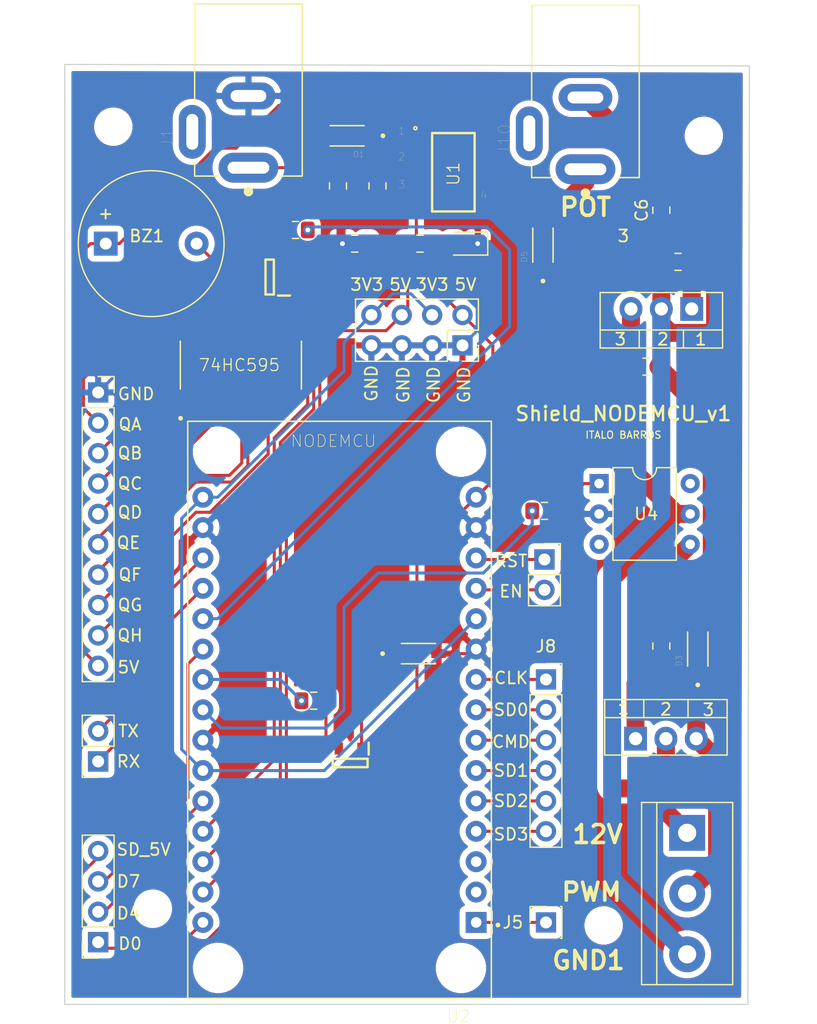
<source format=kicad_pcb>
(kicad_pcb (version 20171130) (host pcbnew "(5.1.6)-1")
  (layers (0 F.Cu signal) (31 B.Cu signal) (34 B.Paste user) (35 F.Paste user) (36 B.SilkS user) (37 F.SilkS user) (38 B.Mask user) (39 F.Mask user) (44 Edge.Cuts user))
  (net 0 "")
  (net 1 +5V)
  (net 2 "Net-(BZ1-Pad2)")
  (net 3 GND)
  (net 4 VCC)
  (net 5 "Net-(D1-Pad2)")
  (net 6 "Net-(D2-Pad2)")
  (net 7 QA)
  (net 8 QB)
  (net 9 QC)
  (net 10 QD)
  (net 11 QE)
  (net 12 QF)
  (net 13 QG)
  (net 14 QH)
  (net 15 D0)
  (net 16 RST)
  (net 17 EN)
  (net 18 A0)
  (net 19 RX)
  (net 20 TX)
  (net 21 CLK)
  (net 22 CMD)
  (net 23 SD0)
  (net 24 SD1)
  (net 25 SD2)
  (net 26 SD3)
  (net 27 +3V3)
  (net 28 "Net-(Q1-Pad2)")
  (net 29 "Net-(Q5-Pad2)")
  (net 30 PWM)
  (net 31 D5)
  (net 32 D6)
  (net 33 D7)
  (net 34 SOCLK)
  (net 35 PEN)
  (net 36 SODATA)
  (net 37 "Net-(U601-Pad9)")
  (net 38 "Net-(U2-Pad2)")
  (net 39 "Net-(U2-Pad3)")
  (net 40 +12V)
  (net 41 D4)
  (net 42 SD_12V)
  (net 43 SD_5V)
  (net 44 "Net-(Q2-Pad1)")
  (net 45 GND1)
  (net 46 "Net-(R3-Pad1)")
  (net 47 "Net-(U4-Pad3)")
  (net 48 "Net-(U4-Pad6)")
  (net 49 VCCQ)
  (net 50 "Net-(D5-Pad2)")
  (module MountingHole:MountingHole_2.2mm_M2 (layer F.Cu) (at 65.405 29.083)
    (fp_text reference REF** hide)
    (fp_text value MountingHole_2.2mm_M2)
    (pad 1 np_thru_hole circle (at 0 0) (size 2.2 2.2) (drill 2.2) (layers *.Cu *.Mask))
  )
  (module MountingHole:MountingHole_2.2mm_M2 (layer F.Cu) (at 57.023 95.123)
    (fp_text reference REF** hide)
    (fp_text value MountingHole_2.2mm_M2)
    (pad 1 np_thru_hole circle (at 0 0) (size 2.2 2.2) (drill 2.2) (layers *.Cu *.Mask))
  )
  (module MountingHole:MountingHole_2.2mm_M2 (layer F.Cu) (at 19.304 93.726)
    (fp_text reference REF** hide)
    (fp_text value MountingHole_2.2mm_M2)
    (pad 1 np_thru_hole circle (at 0 0) (size 2.2 2.2) (drill 2.2) (layers *.Cu *.Mask))
  )
  (module MountingHole:MountingHole_2.2mm_M2 (layer F.Cu) (at 16.002 28.321)
    (fp_text reference REF** hide)
    (fp_text value MountingHole_2.2mm_M2)
    (pad 1 np_thru_hole circle (at 0 0) (size 2.2 2.2) (drill 2.2) (layers *.Cu *.Mask))
  )
  (module TerminalBlock:TerminalBlock_bornier-3_P5.08mm (layer F.Cu) (at 64.008 87.376 270)
    (fp_text reference J7 hide)
    (fp_text value born)
    (pad 1 thru_hole rect (at 0 0 270) (size 3 3) (drill 1.52) (layers *.Cu *.Mask) (net 40 +12V))
    (pad 2 thru_hole circle (at 5.08 0 270) (size 3 3) (drill 1.52) (layers *.Cu *.Mask) (net 42 SD_12V))
    (pad 3 thru_hole circle (at 10.16 0 270) (size 3 3) (drill 1.52) (layers *.Cu *.Mask) (net 45 GND1))
  )
  (module LED_SMD:LED_0805_2012Metric_Pad1.15x1.40mm_HandSolder (layer F.Cu) (at 45.466 38.1 180)
    (fp_text reference D2 hide)
    (fp_text value LED)
    (pad 1 smd roundrect (at -1.025 0 180) (size 1.15 1.4) (layers F.Cu F.Paste F.Mask) (roundrect_rratio 0.217391) (net 3 GND))
    (pad 2 smd roundrect (at 1.025 0 180) (size 1.15 1.4) (layers F.Cu F.Paste F.Mask) (roundrect_rratio 0.217391) (net 6 "Net-(D2-Pad2)"))
  )
  (module Buzzer_Beeper:Buzzer_12x9.5RM7.6 (layer F.Cu) (at 15.367 38.1)
    (fp_text reference BZ1 (at 3.429 -0.635) (layer F.SilkS))
    (fp_text value Buzzer)
    (fp_text user + (at -0.01 -2.54) (layer F.SilkS))
    (pad 1 thru_hole rect (at 0 0) (size 2 2) (drill 1) (layers *.Cu *.Mask) (net 1 +5V))
    (pad 2 thru_hole circle (at 7.6 0) (size 2 2) (drill 1) (layers *.Cu *.Mask) (net 2 "Net-(BZ1-Pad2)"))
  )
  (module Capacitor_SMD:C_0805_2012Metric_Pad1.15x1.40mm_HandSolder (layer F.Cu) (at 34.798 33.274 270)
    (fp_text reference C1 hide)
    (fp_text value 100n)
    (pad 2 smd roundrect (at 1.025 0 270) (size 1.15 1.4) (layers F.Cu F.Paste F.Mask) (roundrect_rratio 0.217391) (net 3 GND))
    (pad 1 smd roundrect (at -1.025 0 270) (size 1.15 1.4) (layers F.Cu F.Paste F.Mask) (roundrect_rratio 0.217391) (net 4 VCC))
  )
  (module Capacitor_SMD:C_0805_2012Metric_Pad1.15x1.40mm_HandSolder (layer F.Cu) (at 38.1 33.274 270)
    (fp_text reference C2 hide)
    (fp_text value 100n)
    (pad 1 smd roundrect (at -1.025 0 270) (size 1.15 1.4) (layers F.Cu F.Paste F.Mask) (roundrect_rratio 0.217391) (net 4 VCC))
    (pad 2 smd roundrect (at 1.025 0 270) (size 1.15 1.4) (layers F.Cu F.Paste F.Mask) (roundrect_rratio 0.217391) (net 3 GND))
  )
  (module Capacitor_SMD:C_0805_2012Metric_Pad1.15x1.40mm_HandSolder (layer F.Cu) (at 36.195 38.1 180)
    (fp_text reference C3 hide)
    (fp_text value 10n)
    (pad 1 smd roundrect (at -1.025 0 180) (size 1.15 1.4) (layers F.Cu F.Paste F.Mask) (roundrect_rratio 0.217391) (net 1 +5V))
    (pad 2 smd roundrect (at 1.025 0 180) (size 1.15 1.4) (layers F.Cu F.Paste F.Mask) (roundrect_rratio 0.217391) (net 3 GND))
  )
  (module placa_desenvolvimento:CUI_PJ-002A (layer F.Cu) (at 27.305 31.75 90)
    (fp_text reference J1 (at 2.487052 -6.770615 90) (layer F.SilkS) (effects (font (size 1.000827 1.000827) (thickness 0.015))))
    (fp_text value Jack-DC)
    (pad 3 thru_hole oval (at 3 -4.7 90) (size 4.5 2.25) (drill oval 3 1) (layers *.Cu *.Mask))
    (pad 2 thru_hole oval (at 6 0 90) (size 2.25 4.5) (drill oval 1 3) (layers *.Cu *.Mask) (net 3 GND))
    (pad 1 thru_hole oval (at 0 0 90) (size 2.5 5) (drill oval 1 3.5) (layers *.Cu *.Mask) (net 5 "Net-(D1-Pad2)"))
  )
  (module Connector_PinSocket_2.54mm:PinSocket_1x10_P2.54mm_Vertical (layer F.Cu) (at 14.732 50.546)
    (fp_text reference J2 hide)
    (fp_text value "Saida para rele" hide)
    (pad 1 thru_hole rect (at 0 0) (size 1.7 1.7) (drill 1) (layers *.Cu *.Mask) (net 3 GND))
    (pad 2 thru_hole oval (at 0 2.54) (size 1.7 1.7) (drill 1) (layers *.Cu *.Mask) (net 7 QA))
    (pad 3 thru_hole oval (at 0 5.08) (size 1.7 1.7) (drill 1) (layers *.Cu *.Mask) (net 8 QB))
    (pad 4 thru_hole oval (at 0 7.62) (size 1.7 1.7) (drill 1) (layers *.Cu *.Mask) (net 9 QC))
    (pad 5 thru_hole oval (at 0 10.16) (size 1.7 1.7) (drill 1) (layers *.Cu *.Mask) (net 10 QD))
    (pad 6 thru_hole oval (at 0 12.7) (size 1.7 1.7) (drill 1) (layers *.Cu *.Mask) (net 11 QE))
    (pad 7 thru_hole oval (at 0 15.24) (size 1.7 1.7) (drill 1) (layers *.Cu *.Mask) (net 12 QF))
    (pad 8 thru_hole oval (at 0 17.78) (size 1.7 1.7) (drill 1) (layers *.Cu *.Mask) (net 13 QG))
    (pad 9 thru_hole oval (at 0 20.32) (size 1.7 1.7) (drill 1) (layers *.Cu *.Mask) (net 14 QH))
    (pad 10 thru_hole oval (at 0 22.86) (size 1.7 1.7) (drill 1) (layers *.Cu *.Mask) (net 1 +5V))
  )
  (module Connector_PinSocket_2.54mm:PinSocket_1x02_P2.54mm_Vertical (layer F.Cu) (at 52.07 64.516)
    (fp_text reference J4 hide)
    (fp_text value Conn_01x02_Male)
    (pad 1 thru_hole rect (at 0 0) (size 1.7 1.7) (drill 1) (layers *.Cu *.Mask) (net 16 RST))
    (pad 2 thru_hole oval (at 0 2.54) (size 1.7 1.7) (drill 1) (layers *.Cu *.Mask) (net 17 EN))
  )
  (module Connector_PinSocket_2.54mm:PinSocket_1x01_P2.54mm_Vertical (layer F.Cu) (at 52.197 94.869 90)
    (fp_text reference J5 (at 0 -2.77 180) (layer F.SilkS))
    (fp_text value Conn_01x01_Male)
    (pad 1 thru_hole rect (at 0 0 90) (size 1.7 1.7) (drill 1) (layers *.Cu *.Mask) (net 18 A0))
  )
  (module Connector_PinSocket_2.54mm:PinSocket_1x02_P2.54mm_Vertical (layer F.Cu) (at 14.732 81.407 180)
    (fp_text reference J6 hide)
    (fp_text value Conn_01x02_Male)
    (pad 2 thru_hole oval (at 0 2.54 180) (size 1.7 1.7) (drill 1) (layers *.Cu *.Mask) (net 20 TX))
    (pad 1 thru_hole rect (at 0 0 180) (size 1.7 1.7) (drill 1) (layers *.Cu *.Mask) (net 19 RX))
  )
  (module Connector_PinSocket_2.54mm:PinSocket_1x06_P2.54mm_Vertical (layer F.Cu) (at 52.197 74.549)
    (fp_text reference J8 (at 0 -2.77) (layer F.SilkS))
    (fp_text value Conn_01x06_Male)
    (pad 1 thru_hole rect (at 0 0) (size 1.7 1.7) (drill 1) (layers *.Cu *.Mask) (net 21 CLK))
    (pad 2 thru_hole oval (at 0 2.54) (size 1.7 1.7) (drill 1) (layers *.Cu *.Mask) (net 23 SD0))
    (pad 3 thru_hole oval (at 0 5.08) (size 1.7 1.7) (drill 1) (layers *.Cu *.Mask) (net 22 CMD))
    (pad 4 thru_hole oval (at 0 7.62) (size 1.7 1.7) (drill 1) (layers *.Cu *.Mask) (net 24 SD1))
    (pad 5 thru_hole oval (at 0 10.16) (size 1.7 1.7) (drill 1) (layers *.Cu *.Mask) (net 25 SD2))
    (pad 6 thru_hole oval (at 0 12.7) (size 1.7 1.7) (drill 1) (layers *.Cu *.Mask) (net 26 SD3))
  )
  (module Connector_PinSocket_2.54mm:PinSocket_2x04_P2.54mm_Vertical (layer F.Cu) (at 45.212 46.609 270)
    (fp_text reference J9 hide)
    (fp_text value Conn_02x04_Odd_Even)
    (pad 1 thru_hole rect (at 0 0 270) (size 1.7 1.7) (drill 1) (layers *.Cu *.Mask) (net 3 GND))
    (pad 2 thru_hole oval (at -2.54 0 270) (size 1.7 1.7) (drill 1) (layers *.Cu *.Mask) (net 1 +5V))
    (pad 3 thru_hole oval (at 0 2.54 270) (size 1.7 1.7) (drill 1) (layers *.Cu *.Mask) (net 3 GND))
    (pad 4 thru_hole oval (at -2.54 2.54 270) (size 1.7 1.7) (drill 1) (layers *.Cu *.Mask) (net 27 +3V3))
    (pad 5 thru_hole oval (at 0 5.08 270) (size 1.7 1.7) (drill 1) (layers *.Cu *.Mask) (net 3 GND))
    (pad 6 thru_hole oval (at -2.54 5.08 270) (size 1.7 1.7) (drill 1) (layers *.Cu *.Mask) (net 1 +5V))
    (pad 7 thru_hole oval (at 0 7.62 270) (size 1.7 1.7) (drill 1) (layers *.Cu *.Mask) (net 3 GND))
    (pad 8 thru_hole oval (at -2.54 7.62 270) (size 1.7 1.7) (drill 1) (layers *.Cu *.Mask) (net 27 +3V3))
  )
  (module placa_desenvolvimento:SOT95P240X120-3N (layer F.Cu) (at 29.083 40.894 180)
    (fp_text reference Q1 hide)
    (fp_text value 2N2222 hide)
    (pad 1 smd rect (at -1.2 -0.95 270) (size 0.7 1) (layers F.Cu F.Paste F.Mask) (net 3 GND))
    (pad 2 smd rect (at -1.2 0.95 270) (size 0.7 1) (layers F.Cu F.Paste F.Mask) (net 28 "Net-(Q1-Pad2)"))
    (pad 3 smd rect (at 1.2 0 270) (size 0.7 1) (layers F.Cu F.Paste F.Mask) (net 2 "Net-(BZ1-Pad2)"))
  )
  (module placa_desenvolvimento:SOT95P240X120-3N (layer F.Cu) (at 35.814 81.534 270)
    (fp_text reference Q5 hide)
    (fp_text value 2N2222 hide)
    (pad 3 smd rect (at 1.2 0) (size 0.7 1) (layers F.Cu F.Paste F.Mask) (net 1 +5V))
    (pad 2 smd rect (at -1.2 0.95) (size 0.7 1) (layers F.Cu F.Paste F.Mask) (net 29 "Net-(Q5-Pad2)"))
    (pad 1 smd rect (at -1.2 -0.95) (size 0.7 1) (layers F.Cu F.Paste F.Mask) (net 43 SD_5V))
  )
  (module Resistor_SMD:R_0805_2012Metric_Pad1.15x1.40mm_HandSolder (layer F.Cu) (at 41.656 38.1 180)
    (fp_text reference R1 hide)
    (fp_text value 220)
    (pad 2 smd roundrect (at 1.025 0 180) (size 1.15 1.4) (layers F.Cu F.Paste F.Mask) (roundrect_rratio 0.217391) (net 1 +5V))
    (pad 1 smd roundrect (at -1.025 0 180) (size 1.15 1.4) (layers F.Cu F.Paste F.Mask) (roundrect_rratio 0.217391) (net 6 "Net-(D2-Pad2)"))
  )
  (module Resistor_SMD:R_0805_2012Metric_Pad1.15x1.40mm_HandSolder (layer F.Cu) (at 31.242 36.957)
    (fp_text reference R2 hide)
    (fp_text value 2k2)
    (pad 2 smd roundrect (at 1.025 0) (size 1.15 1.4) (layers F.Cu F.Paste F.Mask) (roundrect_rratio 0.217391) (net 30 PWM))
    (pad 1 smd roundrect (at -1.025 0) (size 1.15 1.4) (layers F.Cu F.Paste F.Mask) (roundrect_rratio 0.217391) (net 28 "Net-(Q1-Pad2)"))
  )
  (module Resistor_SMD:R_0805_2012Metric_Pad1.15x1.40mm_HandSolder (layer F.Cu) (at 32.766 76.327 180)
    (fp_text reference R8 hide)
    (fp_text value 2k2)
    (pad 1 smd roundrect (at -1.025 0 180) (size 1.15 1.4) (layers F.Cu F.Paste F.Mask) (roundrect_rratio 0.217391) (net 29 "Net-(Q5-Pad2)"))
    (pad 2 smd roundrect (at 1.025 0 180) (size 1.15 1.4) (layers F.Cu F.Paste F.Mask) (roundrect_rratio 0.217391) (net 32 D6))
  )
  (module placa_desenvolvimento:SOT223 (layer F.Cu) (at 44.45 32.131)
    (fp_text reference U1 (at 0 0.127 270) (layer F.SilkS) (effects (font (size 1.000331 1.000331) (thickness 0.1))))
    (fp_text value ld1117_5v)
    (fp_text user 2 (at -4.33447 -1.29271) (layer F.SilkS) (effects (font (size 0.641046 0.641046) (thickness 0.015))))
    (fp_text user 1 (at -4.3249 -3.45811) (layer F.SilkS) (effects (font (size 0.641022 0.641022) (thickness 0.015))))
    (fp_text user 4 (at 2.54109 1.90582) (layer F.SilkS) (effects (font (size 0.640275 0.640275) (thickness 0.015))))
    (fp_text user 3 (at -4.31817 1.02084) (layer F.SilkS) (effects (font (size 0.640026 0.640026) (thickness 0.015))))
    (pad 4 smd rect (at 3.099 0) (size 2.2 3.6) (layers F.Cu F.Paste F.Mask))
    (pad 3 smd rect (at -3.0988 2.3114) (size 2.2352 1.2192) (layers F.Cu F.Paste F.Mask) (net 1 +5V))
    (pad 2 smd rect (at -3.0988 0) (size 2.2352 1.2192) (layers F.Cu F.Paste F.Mask) (net 3 GND))
    (pad 1 smd rect (at -3.0988 -2.3114) (size 2.2352 1.2192) (layers F.Cu F.Paste F.Mask) (net 4 VCC))
  )
  (module placa_desenvolvimento:MODULE_ZC563900 (layer F.Cu) (at 34.925 77.089 180)
    (fp_text reference U2 (at -9.96 -25.635) (layer F.SilkS) (effects (font (thickness 0.05))))
    (fp_text value NODEMCU (at 0.508 22.479) (layer F.SilkS) (effects (font (thickness 0.05))))
    (pad 1 thru_hole rect (at -11.43 -17.78 180) (size 1.7526 1.7526) (drill 0.889) (layers *.Cu *.Mask) (net 18 A0))
    (pad 2 thru_hole circle (at -11.43 -15.24 180) (size 1.7526 1.7526) (drill 0.889) (layers *.Cu *.Mask) (net 38 "Net-(U2-Pad2)"))
    (pad 3 thru_hole circle (at -11.43 -12.7 180) (size 1.7526 1.7526) (drill 0.889) (layers *.Cu *.Mask) (net 39 "Net-(U2-Pad3)"))
    (pad 4 thru_hole circle (at -11.43 -10.16 180) (size 1.7526 1.7526) (drill 0.889) (layers *.Cu *.Mask) (net 26 SD3))
    (pad 5 thru_hole circle (at -11.43 -7.62 180) (size 1.7526 1.7526) (drill 0.889) (layers *.Cu *.Mask) (net 25 SD2))
    (pad 6 thru_hole circle (at -11.43 -5.08 180) (size 1.7526 1.7526) (drill 0.889) (layers *.Cu *.Mask) (net 24 SD1))
    (pad 7 thru_hole circle (at -11.43 -2.54 180) (size 1.7526 1.7526) (drill 0.889) (layers *.Cu *.Mask) (net 22 CMD))
    (pad 8 thru_hole circle (at -11.43 0 180) (size 1.7526 1.7526) (drill 0.889) (layers *.Cu *.Mask) (net 23 SD0))
    (pad 9 thru_hole circle (at -11.43 2.54 180) (size 1.7526 1.7526) (drill 0.889) (layers *.Cu *.Mask) (net 21 CLK))
    (pad 10 thru_hole circle (at -11.43 5.08 180) (size 1.7526 1.7526) (drill 0.889) (layers *.Cu *.Mask) (net 3 GND))
    (pad 11 thru_hole circle (at -11.43 7.62 180) (size 1.7526 1.7526) (drill 0.889) (layers *.Cu *.Mask) (net 27 +3V3))
    (pad 12 thru_hole circle (at -11.43 10.16 180) (size 1.7526 1.7526) (drill 0.889) (layers *.Cu *.Mask) (net 17 EN))
    (pad 13 thru_hole circle (at -11.43 12.7 180) (size 1.7526 1.7526) (drill 0.889) (layers *.Cu *.Mask) (net 16 RST))
    (pad 14 thru_hole circle (at -11.43 15.24 180) (size 1.7526 1.7526) (drill 0.889) (layers *.Cu *.Mask) (net 3 GND))
    (pad 15 thru_hole circle (at -11.43 17.78 180) (size 1.7526 1.7526) (drill 0.889) (layers *.Cu *.Mask) (net 1 +5V))
    (pad 30 thru_hole circle (at 11.43 -17.78 180) (size 1.7526 1.7526) (drill 0.889) (layers *.Cu *.Mask) (net 15 D0))
    (pad 29 thru_hole circle (at 11.43 -15.24 180) (size 1.7526 1.7526) (drill 0.889) (layers *.Cu *.Mask) (net 34 SOCLK))
    (pad 28 thru_hole circle (at 11.43 -12.7 180) (size 1.7526 1.7526) (drill 0.889) (layers *.Cu *.Mask) (net 35 PEN))
    (pad 27 thru_hole circle (at 11.43 -10.16 180) (size 1.7526 1.7526) (drill 0.889) (layers *.Cu *.Mask) (net 36 SODATA))
    (pad 26 thru_hole circle (at 11.43 -7.62 180) (size 1.7526 1.7526) (drill 0.889) (layers *.Cu *.Mask) (net 41 D4))
    (pad 25 thru_hole circle (at 11.43 -5.08 180) (size 1.7526 1.7526) (drill 0.889) (layers *.Cu *.Mask) (net 27 +3V3))
    (pad 24 thru_hole circle (at 11.43 -2.54 180) (size 1.7526 1.7526) (drill 0.889) (layers *.Cu *.Mask) (net 3 GND))
    (pad 23 thru_hole circle (at 11.43 0 180) (size 1.7526 1.7526) (drill 0.889) (layers *.Cu *.Mask) (net 31 D5))
    (pad 22 thru_hole circle (at 11.43 2.54 180) (size 1.7526 1.7526) (drill 0.889) (layers *.Cu *.Mask) (net 32 D6))
    (pad 21 thru_hole circle (at 11.43 5.08 180) (size 1.7526 1.7526) (drill 0.889) (layers *.Cu *.Mask) (net 33 D7))
    (pad 20 thru_hole circle (at 11.43 7.62 180) (size 1.7526 1.7526) (drill 0.889) (layers *.Cu *.Mask) (net 30 PWM))
    (pad 19 thru_hole circle (at 11.43 10.16 180) (size 1.7526 1.7526) (drill 0.889) (layers *.Cu *.Mask) (net 19 RX))
    (pad 18 thru_hole circle (at 11.43 12.7 180) (size 1.7526 1.7526) (drill 0.889) (layers *.Cu *.Mask) (net 20 TX))
    (pad 17 thru_hole circle (at 11.43 15.24 180) (size 1.7526 1.7526) (drill 0.889) (layers *.Cu *.Mask) (net 3 GND))
    (pad 16 thru_hole circle (at 11.43 17.78 180) (size 1.7526 1.7526) (drill 0.889) (layers *.Cu *.Mask) (net 27 +3V3))
    (pad Hole np_thru_hole circle (at -10.16 -21.59 180) (size 3.2 3.2) (drill 3.2) (layers *.Cu *.Mask F.SilkS))
    (pad Hole np_thru_hole circle (at 10.16 -21.59 180) (size 3.2 3.2) (drill 3.2) (layers *.Cu *.Mask F.SilkS))
    (pad Hole np_thru_hole circle (at 10.16 21.59 180) (size 3.2 3.2) (drill 3.2) (layers *.Cu *.Mask F.SilkS))
    (pad Hole np_thru_hole circle (at -10.16 21.59 180) (size 3.2 3.2) (drill 3.2) (layers *.Cu *.Mask F.SilkS))
  )
  (module placa_desenvolvimento:SOIC127P600X175-16N (layer F.Cu) (at 26.67 48.26 90)
    (fp_text reference U601 hide)
    (fp_text value 74HC595 (at 0 -0.127 180) (layer F.SilkS) (effects (font (thickness 0.1))))
    (pad 1 smd rect (at -2.475 -4.445 90) (size 1.97 0.6) (layers F.Cu F.Paste F.Mask) (net 8 QB))
    (pad 2 smd rect (at -2.475 -3.175 90) (size 1.97 0.6) (layers F.Cu F.Paste F.Mask) (net 9 QC))
    (pad 3 smd rect (at -2.475 -1.905 90) (size 1.97 0.6) (layers F.Cu F.Paste F.Mask) (net 10 QD))
    (pad 4 smd rect (at -2.475 -0.635 90) (size 1.97 0.6) (layers F.Cu F.Paste F.Mask) (net 11 QE))
    (pad 5 smd rect (at -2.475 0.635 90) (size 1.97 0.6) (layers F.Cu F.Paste F.Mask) (net 12 QF))
    (pad 6 smd rect (at -2.475 1.905 90) (size 1.97 0.6) (layers F.Cu F.Paste F.Mask) (net 13 QG))
    (pad 7 smd rect (at -2.475 3.175 90) (size 1.97 0.6) (layers F.Cu F.Paste F.Mask) (net 14 QH))
    (pad 8 smd rect (at -2.475 4.445 90) (size 1.97 0.6) (layers F.Cu F.Paste F.Mask) (net 3 GND))
    (pad 9 smd rect (at 2.475 4.445 90) (size 1.97 0.6) (layers F.Cu F.Paste F.Mask) (net 37 "Net-(U601-Pad9)"))
    (pad 10 smd rect (at 2.475 3.175 90) (size 1.97 0.6) (layers F.Cu F.Paste F.Mask) (net 1 +5V))
    (pad 11 smd rect (at 2.475 1.905 90) (size 1.97 0.6) (layers F.Cu F.Paste F.Mask) (net 34 SOCLK))
    (pad 12 smd rect (at 2.475 0.635 90) (size 1.97 0.6) (layers F.Cu F.Paste F.Mask) (net 35 PEN))
    (pad 13 smd rect (at 2.475 -0.635 90) (size 1.97 0.6) (layers F.Cu F.Paste F.Mask) (net 3 GND))
    (pad 14 smd rect (at 2.475 -1.905 90) (size 1.97 0.6) (layers F.Cu F.Paste F.Mask) (net 36 SODATA))
    (pad 15 smd rect (at 2.475 -3.175 90) (size 1.97 0.6) (layers F.Cu F.Paste F.Mask) (net 7 QA))
    (pad 16 smd rect (at 2.475 -4.445 90) (size 1.97 0.6) (layers F.Cu F.Paste F.Mask) (net 1 +5V))
  )
  (module Capacitor_SMD:C_0805_2012Metric_Pad1.15x1.40mm_HandSolder (layer F.Cu) (at 63.246 39.624 180)
    (fp_text reference C4 hide)
    (fp_text value 330n)
    (pad 1 smd roundrect (at -1.025 0 180) (size 1.15 1.4) (layers F.Cu F.Paste F.Mask) (roundrect_rratio 0.217391) (net 49 VCCQ))
    (pad 2 smd roundrect (at 1.025 0 180) (size 1.15 1.4) (layers F.Cu F.Paste F.Mask) (roundrect_rratio 0.217391) (net 45 GND1))
  )
  (module Capacitor_SMD:C_0805_2012Metric_Pad1.15x1.40mm_HandSolder (layer F.Cu) (at 60.579 48.387)
    (fp_text reference C5 hide)
    (fp_text value 100n)
    (pad 2 smd roundrect (at 1.025 0) (size 1.15 1.4) (layers F.Cu F.Paste F.Mask) (roundrect_rratio 0.217391) (net 45 GND1))
    (pad 1 smd roundrect (at -1.025 0) (size 1.15 1.4) (layers F.Cu F.Paste F.Mask) (roundrect_rratio 0.217391) (net 40 +12V))
  )
  (module Package_TO_SOT_THT:TO-220-3_Vertical (layer F.Cu) (at 64.389 43.561 180)
    (fp_text reference U3 hide)
    (fp_text value LM7812_TO220)
    (pad 1 thru_hole rect (at 0 0 180) (size 1.905 2) (drill 1.1) (layers *.Cu *.Mask) (net 49 VCCQ))
    (pad 2 thru_hole oval (at 2.54 0 180) (size 1.905 2) (drill 1.1) (layers *.Cu *.Mask) (net 45 GND1))
    (pad 3 thru_hole oval (at 5.08 0 180) (size 1.905 2) (drill 1.1) (layers *.Cu *.Mask) (net 40 +12V))
  )
  (module Connector_PinSocket_2.54mm:PinSocket_1x04_P2.54mm_Vertical (layer F.Cu) (at 14.732 96.52 180)
    (fp_text reference J3 hide)
    (fp_text value "saidas digitais")
    (pad 1 thru_hole rect (at 0 0 180) (size 1.7 1.7) (drill 1) (layers *.Cu *.Mask) (net 15 D0))
    (pad 2 thru_hole oval (at 0 2.54 180) (size 1.7 1.7) (drill 1) (layers *.Cu *.Mask) (net 41 D4))
    (pad 3 thru_hole oval (at 0 5.08 180) (size 1.7 1.7) (drill 1) (layers *.Cu *.Mask) (net 33 D7))
    (pad 4 thru_hole oval (at 0 7.62 180) (size 1.7 1.7) (drill 1) (layers *.Cu *.Mask) (net 43 SD_5V))
  )
  (module Resistor_SMD:R_0805_2012Metric_Pad1.15x1.40mm_HandSolder (layer F.Cu) (at 52.07 60.452 180)
    (fp_text reference R3 hide)
    (fp_text value 150)
    (pad 2 smd roundrect (at 1.025 0 180) (size 1.15 1.4) (layers F.Cu F.Paste F.Mask) (roundrect_rratio 0.217391) (net 31 D5))
    (pad 1 smd roundrect (at -1.025 0 180) (size 1.15 1.4) (layers F.Cu F.Paste F.Mask) (roundrect_rratio 0.217391) (net 46 "Net-(R3-Pad1)"))
  )
  (module Resistor_SMD:R_0805_2012Metric_Pad1.15x1.40mm_HandSolder (layer F.Cu) (at 61.849 71.755 270)
    (fp_text reference R4 hide)
    (fp_text value 10k)
    (pad 1 smd roundrect (at -1.025 0 270) (size 1.15 1.4) (layers F.Cu F.Paste F.Mask) (roundrect_rratio 0.217391) (net 45 GND1))
    (pad 2 smd roundrect (at 1.025 0 270) (size 1.15 1.4) (layers F.Cu F.Paste F.Mask) (roundrect_rratio 0.217391) (net 44 "Net-(Q2-Pad1)"))
  )
  (module Package_DIP:DIP-6_W7.62mm (layer F.Cu) (at 56.642 58.166)
    (fp_text reference U4 (at 3.937 2.54) (layer F.SilkS))
    (fp_text value 4N25)
    (pad 1 thru_hole rect (at 0 0) (size 1.6 1.6) (drill 0.8) (layers *.Cu *.Mask) (net 46 "Net-(R3-Pad1)"))
    (pad 4 thru_hole oval (at 7.62 5.08) (size 1.6 1.6) (drill 0.8) (layers *.Cu *.Mask) (net 44 "Net-(Q2-Pad1)"))
    (pad 2 thru_hole oval (at 0 2.54) (size 1.6 1.6) (drill 0.8) (layers *.Cu *.Mask) (net 3 GND))
    (pad 5 thru_hole oval (at 7.62 2.54) (size 1.6 1.6) (drill 0.8) (layers *.Cu *.Mask) (net 40 +12V))
    (pad 3 thru_hole oval (at 0 5.08) (size 1.6 1.6) (drill 0.8) (layers *.Cu *.Mask) (net 47 "Net-(U4-Pad3)"))
    (pad 6 thru_hole oval (at 7.62 0) (size 1.6 1.6) (drill 0.8) (layers *.Cu *.Mask) (net 48 "Net-(U4-Pad6)"))
  )
  (module Package_TO_SOT_THT:TO-220-3_Vertical (layer F.Cu) (at 59.69 79.502)
    (fp_text reference Q2 hide)
    (fp_text value IRF640)
    (pad 1 thru_hole rect (at 0 0) (size 1.905 2) (drill 1.1) (layers *.Cu *.Mask) (net 44 "Net-(Q2-Pad1)"))
    (pad 2 thru_hole oval (at 2.54 0) (size 1.905 2) (drill 1.1) (layers *.Cu *.Mask) (net 40 +12V))
    (pad 3 thru_hole oval (at 5.08 0) (size 1.905 2) (drill 1.1) (layers *.Cu *.Mask) (net 42 SD_12V))
  )
  (module placa_desenvolvimento:1N5819HW-7-F (layer F.Cu) (at 35.56 29.083 180)
    (fp_text reference D1 (at -0.97763 -1.557398) (layer F.SilkS) (effects (font (size 0.4808 0.4808) (thickness 0.015))))
    (fp_text value BAT60J)
    (pad 2 smd rect (at 1.68 0 180) (size 1.21 0.73) (layers F.Cu F.Paste F.Mask) (net 5 "Net-(D1-Pad2)"))
    (pad 1 smd rect (at -1.68 0 180) (size 1.21 0.73) (layers F.Cu F.Paste F.Mask) (net 4 VCC))
  )
  (module placa_desenvolvimento:1N5819HW-7-F (layer F.Cu) (at 64.897 72.009 90)
    (fp_text reference D3 (at -0.97763 -1.557398 90) (layer F.SilkS) (effects (font (size 0.4808 0.4808) (thickness 0.015))))
    (fp_text value 1N4007)
    (pad 1 smd rect (at -1.68 0 90) (size 1.21 0.73) (layers F.Cu F.Paste F.Mask) (net 42 SD_12V))
    (pad 2 smd rect (at 1.68 0 90) (size 1.21 0.73) (layers F.Cu F.Paste F.Mask) (net 45 GND1))
  )
  (module placa_desenvolvimento:1N5819HW-7-F (layer F.Cu) (at 41.529 72.39)
    (fp_text reference D4 hide)
    (fp_text value 1N4007)
    (pad 2 smd rect (at 1.68 0) (size 1.21 0.73) (layers F.Cu F.Paste F.Mask) (net 3 GND))
    (pad 1 smd rect (at -1.68 0) (size 1.21 0.73) (layers F.Cu F.Paste F.Mask) (net 43 SD_5V))
  )
  (module Capacitor_SMD:C_0805_2012Metric_Pad1.15x1.40mm_HandSolder (layer F.Cu) (at 61.849 35.306 90)
    (fp_text reference C6 (at 0 -1.65 90) (layer F.SilkS))
    (fp_text value 100n)
    (pad 1 smd roundrect (at -1.025 0 90) (size 1.15 1.4) (layers F.Cu F.Paste F.Mask) (roundrect_rratio 0.217391) (net 49 VCCQ))
    (pad 2 smd roundrect (at 1.025 0 90) (size 1.15 1.4) (layers F.Cu F.Paste F.Mask) (roundrect_rratio 0.217391) (net 45 GND1))
  )
  (module placa_desenvolvimento:1N5819HW-7-F (layer F.Cu) (at 51.943 38.227 90)
    (fp_text reference D5 (at -0.97763 -1.557398 90) (layer F.SilkS) (effects (font (size 0.4808 0.4808) (thickness 0.015))))
    (fp_text value BAT60J)
    (pad 2 smd rect (at 1.68 0 90) (size 1.21 0.73) (layers F.Cu F.Paste F.Mask) (net 50 "Net-(D5-Pad2)"))
    (pad 1 smd rect (at -1.68 0 90) (size 1.21 0.73) (layers F.Cu F.Paste F.Mask) (net 49 VCCQ))
  )
  (module placa_desenvolvimento:CUI_PJ-002A (layer F.Cu) (at 55.499 31.877 90)
    (fp_text reference J10 (at 2.487052 -6.770615 90) (layer F.SilkS) (effects (font (size 1.000827 1.000827) (thickness 0.015))))
    (fp_text value Jack-DC)
    (pad 3 thru_hole oval (at 3 -4.7 90) (size 4.5 2.25) (drill oval 3 1) (layers *.Cu *.Mask))
    (pad 2 thru_hole oval (at 6 0 90) (size 2.25 4.5) (drill oval 1 3) (layers *.Cu *.Mask) (net 45 GND1))
    (pad 1 thru_hole oval (at 0 0 90) (size 2.5 5) (drill oval 1 3.5) (layers *.Cu *.Mask) (net 50 "Net-(D5-Pad2)"))
  )
  (gr_text "ITALO BARROS" (at 58.674 54.102) (layer F.SilkS) (effects (font (size 0.6 0.6) (thickness 0.1))))
  (gr_text "Shield_NODEMCU_v1\n" (at 58.674 52.324) (layer F.SilkS) (effects (font (size 1.2 1.2) (thickness 0.2))))
  (gr_text 3 (at 58.42 46.101) (layer F.SilkS) (effects (font (size 1 1))))
  (gr_line (start 11.938 23.114) (end 69.215 23.241) (layer Edge.Cuts) (width 0.1))
  (gr_line (start 11.938 101.727) (end 11.938 23.114) (layer Edge.Cuts) (width 0.1))
  (gr_line (start 69.088 101.727) (end 11.938 101.727) (layer Edge.Cuts) (width 0.1))
  (gr_line (start 69.088 101.6) (end 69.088 101.727) (layer Edge.Cuts) (width 0.1))
  (gr_line (start 69.215 23.241) (end 69.088 101.6) (layer Edge.Cuts) (width 0.1))
  (gr_text POT (at 55.499 35.052) (layer F.SilkS) (effects (font (size 1.5 1.5) (thickness 0.3))))
  (gr_text QC (at 17.399 58.166) (layer F.SilkS) (effects (font (size 1 1))))
  (gr_text 3 (at 58.674 37.465) (layer F.SilkS) (effects (font (size 1 1))))
  (gr_text 2 (at 61.976 46.101) (layer F.SilkS) (effects (font (size 1 1))))
  (gr_text 1 (at 65.151 46.101) (layer F.SilkS) (effects (font (size 1 1))))
  (gr_text "1\n" (at 58.674 76.962) (layer F.SilkS) (effects (font (size 1 1))))
  (gr_text "3\n" (at 65.786 77.089) (layer F.SilkS) (effects (font (size 1 1))))
  (gr_text GND (at 17.907 50.673) (layer F.SilkS) (effects (font (size 1 1))))
  (gr_text "3V3\n" (at 42.672 41.529) (layer F.SilkS) (effects (font (size 1 1))))
  (gr_text 5V (at 45.466 41.529) (layer F.SilkS) (effects (font (size 1 1))))
  (gr_text 5V (at 40.005 41.529) (layer F.SilkS) (effects (font (size 1 1))))
  (gr_text "3V3\n" (at 37.211 41.529) (layer F.SilkS) (effects (font (size 1 1))))
  (gr_text GND (at 45.339 49.911 90) (layer F.SilkS) (effects (font (size 1 1))))
  (gr_text GND (at 42.799 49.911 90) (layer F.SilkS) (effects (font (size 1 1))))
  (gr_text GND (at 40.259 49.911 90) (layer F.SilkS) (effects (font (size 1 1))))
  (gr_text GND (at 37.592 49.784 90) (layer F.SilkS) (effects (font (size 1 1))))
  (gr_text QA (at 17.399 53.213) (layer F.SilkS) (effects (font (size 1 1))))
  (gr_text QB (at 17.399 55.626) (layer F.SilkS) (effects (font (size 1 1))))
  (gr_text QD (at 17.399 60.579) (layer F.SilkS) (effects (font (size 1 1))))
  (gr_text "QE\n" (at 17.272 63.119) (layer F.SilkS) (effects (font (size 1 1))))
  (gr_text QF (at 17.399 65.786) (layer F.SilkS) (effects (font (size 1 1))))
  (gr_text QG (at 17.399 68.326) (layer F.SilkS) (effects (font (size 1 1))))
  (gr_text QH (at 17.399 70.866) (layer F.SilkS) (effects (font (size 1 1))))
  (gr_text "5V\n" (at 17.272 73.533) (layer F.SilkS) (effects (font (size 1 1))))
  (gr_text TX (at 17.272 78.867) (layer F.SilkS) (effects (font (size 1 1))))
  (gr_text RX (at 17.272 81.407) (layer F.SilkS) (effects (font (size 1 1))))
  (gr_text "SD_5V\n" (at 18.542 88.773) (layer F.SilkS) (effects (font (size 1 1))))
  (gr_text D7 (at 17.272 91.44) (layer F.SilkS) (effects (font (size 1 1))))
  (gr_text "D0\n" (at 17.399 96.647) (layer F.SilkS) (effects (font (size 1 1))))
  (gr_text D4 (at 17.272 94.107) (layer F.SilkS) (effects (font (size 1 1))))
  (gr_text RST (at 49.276 64.643) (layer F.SilkS) (effects (font (size 1 1))))
  (gr_text EN (at 49.276 67.183) (layer F.SilkS) (effects (font (size 1 1))))
  (gr_text "2\n\n" (at 62.23 77.851) (layer F.SilkS) (effects (font (size 1 1))))
  (gr_text GND1 (at 55.753 98.044) (layer F.SilkS) (effects (font (size 1.5 1.5) (thickness 0.3))))
  (gr_text "PWM\n" (at 56.007 92.329) (layer F.SilkS) (effects (font (size 1.5 1.5) (thickness 0.3))))
  (gr_text "12V\n" (at 56.515 87.503) (layer F.SilkS) (effects (font (size 1.5 1.5) (thickness 0.3))))
  (gr_text "CLK\n" (at 49.276 74.422) (layer F.SilkS) (effects (font (size 1 1))))
  (gr_text "SD0\n" (at 49.276 77.089) (layer F.SilkS) (effects (font (size 1 1))))
  (gr_text "CMD\n" (at 49.276 79.756) (layer F.SilkS) (effects (font (size 1 1))))
  (gr_text SD1 (at 49.276 82.169) (layer F.SilkS) (effects (font (size 1 1))))
  (gr_text "SD2\n" (at 49.276 84.709) (layer F.SilkS) (effects (font (size 1 1))))
  (gr_text SD3 (at 49.276 87.503) (layer F.SilkS) (effects (font (size 1 1))))
  (segment (start 37.0332 37.9132) (end 37.22 38.1) (width 0.254) (layer F.Cu) (net 1))
  (segment (start 37.22 38.1) (end 40.631 38.1) (width 0.254) (layer F.Cu) (net 1))
  (segment (start 40.631 43.57) (end 40.132 44.069) (width 0.254) (layer F.Cu) (net 1))
  (segment (start 40.631 38.1) (end 40.631 43.57) (width 0.254) (layer F.Cu) (net 1))
  (segment (start 40.631 38.1) (end 40.631 38.98) (width 0.254) (layer F.Cu) (net 1))
  (segment (start 40.631 39.488) (end 45.212 44.069) (width 0.254) (layer F.Cu) (net 1))
  (segment (start 40.631 38.1) (end 40.631 39.488) (width 0.254) (layer F.Cu) (net 1))
  (segment (start 46.355 59.309) (end 47.231299 58.432701) (width 0.254) (layer F.Cu) (net 1))
  (segment (start 35.814 82.734) (end 38.297 82.734) (width 0.254) (layer F.Cu) (net 1))
  (segment (start 38.297 82.734) (end 41.402 79.629) (width 0.254) (layer F.Cu) (net 1))
  (segment (start 41.402 64.262) (end 46.355 59.309) (width 0.254) (layer F.Cu) (net 1))
  (segment (start 41.402 79.629) (end 41.402 64.262) (width 0.254) (layer F.Cu) (net 1))
  (segment (start 14.732 73.406) (end 12.954 71.628) (width 0.254) (layer F.Cu) (net 1))
  (segment (start 29.845 44.546) (end 29.845 45.785) (width 0.254) (layer F.Cu) (net 1))
  (segment (start 29.972001 44.418999) (end 29.845 44.546) (width 0.254) (layer F.Cu) (net 1))
  (segment (start 31.719801 44.418999) (end 29.972001 44.418999) (width 0.254) (layer F.Cu) (net 1))
  (segment (start 40.9956 34.4424) (end 41.3512 34.4424) (width 0.254) (layer F.Cu) (net 1))
  (segment (start 38.823001 45.377999) (end 32.931999 45.377999) (width 0.254) (layer F.Cu) (net 1))
  (segment (start 40.132 44.069) (end 38.823001 45.377999) (width 0.254) (layer F.Cu) (net 1))
  (segment (start 15.367 38.1) (end 14.097 38.1) (width 0.254) (layer F.Cu) (net 1))
  (segment (start 12.954 39.243) (end 12.954 46.736) (width 0.254) (layer F.Cu) (net 1))
  (segment (start 14.097 38.1) (end 12.954 39.243) (width 0.254) (layer F.Cu) (net 1))
  (segment (start 12.954 46.736) (end 12.954 46.42) (width 0.254) (layer F.Cu) (net 1))
  (segment (start 16.509819 38.1) (end 15.367 38.1) (width 0.254) (layer F.Cu) (net 1))
  (segment (start 24.490829 30.11899) (end 16.509819 38.1) (width 0.254) (layer F.Cu) (net 1))
  (segment (start 26.26901 30.11899) (end 24.490829 30.11899) (width 0.254) (layer F.Cu) (net 1))
  (segment (start 41.3512 37.3798) (end 40.631 38.1) (width 0.254) (layer F.Cu) (net 1))
  (segment (start 41.3512 34.4424) (end 41.3512 37.3798) (width 0.254) (layer F.Cu) (net 1))
  (segment (start 41.3512 34.4424) (end 43.5356 34.4424) (width 0.254) (layer F.Cu) (net 1))
  (segment (start 43.5356 34.4424) (end 44.45 33.528) (width 0.254) (layer F.Cu) (net 1))
  (segment (start 44.45 33.528) (end 44.45 28.448) (width 0.254) (layer F.Cu) (net 1))
  (segment (start 44.45 28.448) (end 42.545 26.543) (width 0.254) (layer F.Cu) (net 1))
  (segment (start 29.845 26.543) (end 29.083 27.305) (width 0.254) (layer F.Cu) (net 1))
  (segment (start 42.545 26.543) (end 29.845 26.543) (width 0.254) (layer F.Cu) (net 1))
  (segment (start 29.083 27.305) (end 26.26901 30.11899) (width 0.254) (layer F.Cu) (net 1))
  (segment (start 46.355 59.309) (end 47.752 57.912) (width 0.254) (layer F.Cu) (net 1))
  (segment (start 47.752 46.609) (end 46.6725 45.5295) (width 0.254) (layer F.Cu) (net 1))
  (segment (start 47.752 57.912) (end 47.752 46.609) (width 0.254) (layer F.Cu) (net 1))
  (segment (start 46.80499 45.66199) (end 46.6725 45.5295) (width 0.254) (layer F.Cu) (net 1))
  (segment (start 46.6725 45.5295) (end 45.212 44.069) (width 0.254) (layer F.Cu) (net 1))
  (segment (start 31.908001 44.418999) (end 31.9405 44.3865) (width 0.25) (layer F.Cu) (net 1))
  (segment (start 31.719801 44.418999) (end 31.908001 44.418999) (width 0.25) (layer F.Cu) (net 1))
  (segment (start 32.931999 45.377999) (end 31.9405 44.3865) (width 0.254) (layer F.Cu) (net 1))
  (segment (start 12.954 48.895) (end 16.064 45.785) (width 0.25) (layer F.Cu) (net 1))
  (segment (start 16.064 45.785) (end 22.225 45.785) (width 0.25) (layer F.Cu) (net 1))
  (segment (start 12.954 48.895) (end 12.954 46.736) (width 0.254) (layer F.Cu) (net 1))
  (segment (start 12.954 71.628) (end 12.954 48.895) (width 0.254) (layer F.Cu) (net 1))
  (segment (start 25.761 40.894) (end 24.628 39.761) (width 0.254) (layer F.Cu) (net 2))
  (segment (start 27.883 40.894) (end 25.761 40.894) (width 0.254) (layer F.Cu) (net 2))
  (segment (start 25.019 40.152) (end 24.628 39.761) (width 0.254) (layer F.Cu) (net 2))
  (segment (start 24.628 39.761) (end 22.967 38.1) (width 0.254) (layer F.Cu) (net 2))
  (segment (start 38.1 34.299) (end 34.798 34.299) (width 0.254) (layer F.Cu) (net 3))
  (segment (start 38.8 34.299) (end 38.1 34.299) (width 0.254) (layer F.Cu) (net 3))
  (segment (start 34.798 37.728) (end 35.17 38.1) (width 0.254) (layer F.Cu) (net 3))
  (segment (start 34.798 34.299) (end 34.798 37.728) (width 0.254) (layer F.Cu) (net 3))
  (segment (start 46.443001 45.377999) (end 45.212 46.609) (width 0.254) (layer B.Cu) (net 3))
  (segment (start 46.443001 43.478119) (end 46.443001 45.377999) (width 0.254) (layer B.Cu) (net 3))
  (segment (start 44.747872 41.78299) (end 46.443001 43.478119) (width 0.254) (layer B.Cu) (net 3))
  (segment (start 26.035 45.084198) (end 26.035 45.785) (width 0.254) (layer F.Cu) (net 3))
  (segment (start 45.974 72.39) (end 46.355 72.009) (width 0.25) (layer F.Cu) (net 3))
  (segment (start 42.672 72.39) (end 45.974 72.39) (width 0.25) (layer F.Cu) (net 3))
  (via (at 46.482 38.1) (size 0.8) (drill 0.4) (layers F.Cu B.Cu) (net 3))
  (segment (start 39.0562 34.299) (end 38.1 34.299) (width 0.254) (layer F.Cu) (net 3))
  (segment (start 44.747872 41.78299) (end 44.95801 41.78299) (width 0.254) (layer B.Cu) (net 3))
  (segment (start 46.482 40.259) (end 44.95801 41.78299) (width 0.25) (layer B.Cu) (net 3))
  (segment (start 46.482 38.1) (end 46.482 40.259) (width 0.25) (layer B.Cu) (net 3))
  (via (at 35.17 38.1) (size 0.8) (drill 0.4) (layers F.Cu B.Cu) (net 3))
  (segment (start 33.02001 41.78299) (end 33.02001 40.24999) (width 0.25) (layer B.Cu) (net 3))
  (segment (start 33.02001 41.78299) (end 44.747872 41.78299) (width 0.254) (layer B.Cu) (net 3))
  (segment (start 33.02001 40.24999) (end 35.17 38.1) (width 0.25) (layer B.Cu) (net 3))
  (segment (start 15.907001 49.370999) (end 14.732 50.546) (width 0.25) (layer F.Cu) (net 3))
  (segment (start 31.115 49.5) (end 30.985999 49.370999) (width 0.25) (layer F.Cu) (net 3))
  (segment (start 30.985999 49.370999) (end 15.907001 49.370999) (width 0.25) (layer F.Cu) (net 3))
  (segment (start 31.115 50.735) (end 31.115 49.5) (width 0.25) (layer F.Cu) (net 3))
  (segment (start 31.485009 41.784991) (end 35.17 38.1) (width 0.25) (layer B.Cu) (net 3))
  (segment (start 23.493009 41.784991) (end 31.485009 41.784991) (width 0.25) (layer B.Cu) (net 3))
  (segment (start 14.732 50.546) (end 23.493009 41.784991) (width 0.25) (layer B.Cu) (net 3))
  (segment (start 34.299 31.75) (end 34.798 32.249) (width 0.254) (layer F.Cu) (net 4))
  (segment (start 38.1 32.249) (end 38.109 32.249) (width 0.254) (layer F.Cu) (net 4))
  (segment (start 64.389 39.506) (end 64.271 39.624) (width 0.508) (layer F.Cu) (net 49))
  (segment (start 64.271 43.443) (end 64.389 43.561) (width 0.762) (layer F.Cu) (net 49))
  (segment (start 37.084 29.21) (end 37.084 29.963) (width 0.254) (layer F.Cu) (net 4))
  (segment (start 37.084 29.21) (end 37.084 31.233) (width 0.254) (layer F.Cu) (net 4))
  (segment (start 37.084 31.233) (end 38.1 32.249) (width 0.254) (layer F.Cu) (net 4))
  (segment (start 34.798 31.525) (end 37.24 29.083) (width 0.254) (layer F.Cu) (net 4))
  (segment (start 34.798 32.249) (end 34.798 31.525) (width 0.254) (layer F.Cu) (net 4))
  (segment (start 38.1 31.623) (end 38.1 32.249) (width 0.254) (layer F.Cu) (net 4))
  (segment (start 41.3512 29.8196) (end 39.9034 29.8196) (width 0.254) (layer F.Cu) (net 4))
  (segment (start 39.9034 29.8196) (end 38.1 31.623) (width 0.254) (layer F.Cu) (net 4))
  (segment (start 31.213 31.75) (end 33.88 29.083) (width 0.254) (layer F.Cu) (net 5))
  (segment (start 27.305 31.75) (end 31.213 31.75) (width 0.254) (layer F.Cu) (net 5))
  (segment (start 44.441 38.1) (end 42.681 38.1) (width 0.25) (layer F.Cu) (net 6))
  (segment (start 23.495 47.024) (end 23.367999 47.151001) (width 0.254) (layer F.Cu) (net 7))
  (segment (start 14.732 52.920001) (end 14.732 53.086) (width 0.254) (layer F.Cu) (net 7))
  (segment (start 23.495 47.024) (end 23.495 45.785) (width 0.254) (layer F.Cu) (net 7))
  (segment (start 22.84 47.679) (end 23.495 47.024) (width 0.254) (layer F.Cu) (net 7))
  (segment (start 19.973001 47.679) (end 22.84 47.679) (width 0.254) (layer F.Cu) (net 7))
  (segment (start 13.502999 51.856999) (end 14.732 53.086) (width 0.25) (layer F.Cu) (net 7))
  (segment (start 13.502999 49.392799) (end 13.502999 51.856999) (width 0.25) (layer F.Cu) (net 7))
  (segment (start 15.216798 47.679) (end 13.502999 49.392799) (width 0.25) (layer F.Cu) (net 7))
  (segment (start 19.973001 47.679) (end 15.216798 47.679) (width 0.25) (layer F.Cu) (net 7))
  (segment (start 14.732 55.626) (end 17.653 52.705) (width 0.25) (layer F.Cu) (net 8))
  (segment (start 19.623 50.735) (end 22.225 50.735) (width 0.254) (layer F.Cu) (net 8))
  (segment (start 17.653 52.705) (end 19.623 50.735) (width 0.254) (layer F.Cu) (net 8))
  (segment (start 14.732 58.166) (end 18.15701 54.74099) (width 0.25) (layer F.Cu) (net 9))
  (segment (start 20.447 52.451) (end 23.018 52.451) (width 0.254) (layer F.Cu) (net 9))
  (segment (start 23.495 51.974) (end 23.495 50.735) (width 0.254) (layer F.Cu) (net 9))
  (segment (start 23.018 52.451) (end 23.495 51.974) (width 0.254) (layer F.Cu) (net 9))
  (segment (start 18.15701 54.74099) (end 20.447 52.451) (width 0.254) (layer F.Cu) (net 9))
  (segment (start 23.779991 52.959009) (end 24.765 51.974) (width 0.254) (layer F.Cu) (net 10))
  (segment (start 24.765 51.974) (end 24.765 50.735) (width 0.254) (layer F.Cu) (net 10))
  (segment (start 22.478991 52.959009) (end 15.748 59.69) (width 0.254) (layer F.Cu) (net 10))
  (segment (start 14.732 60.706) (end 15.748 59.69) (width 0.254) (layer F.Cu) (net 10))
  (segment (start 23.779991 52.959009) (end 22.478991 52.959009) (width 0.254) (layer F.Cu) (net 10))
  (segment (start 15.748 59.69) (end 16.256 59.182) (width 0.254) (layer F.Cu) (net 10))
  (segment (start 14.732 62.725434) (end 14.732 63.246) (width 0.254) (layer F.Cu) (net 11))
  (segment (start 26.035 50.735) (end 26.035 51.422434) (width 0.254) (layer F.Cu) (net 11))
  (segment (start 26.035 51.422434) (end 14.732 62.725434) (width 0.254) (layer F.Cu) (net 11))
  (segment (start 14.732 65.49276) (end 14.732 65.786) (width 0.254) (layer F.Cu) (net 12))
  (segment (start 26.746001 56.449881) (end 25.715881 57.480001) (width 0.254) (layer F.Cu) (net 12))
  (segment (start 26.746001 51.293999) (end 26.746001 56.449881) (width 0.254) (layer F.Cu) (net 12))
  (segment (start 27.305 50.735) (end 26.746001 51.293999) (width 0.254) (layer F.Cu) (net 12))
  (segment (start 22.744759 57.480001) (end 14.732 65.49276) (width 0.254) (layer F.Cu) (net 12))
  (segment (start 25.715881 57.480001) (end 22.744759 57.480001) (width 0.254) (layer F.Cu) (net 12))
  (segment (start 22.904194 58.039) (end 18.079784 62.86341) (width 0.254) (layer F.Cu) (net 13))
  (segment (start 28.575 50.735) (end 28.575 51.943) (width 0.254) (layer F.Cu) (net 13))
  (segment (start 28.575 51.943) (end 27.25401 53.26399) (width 0.254) (layer F.Cu) (net 13))
  (segment (start 27.25401 56.660306) (end 25.875316 58.039) (width 0.254) (layer F.Cu) (net 13))
  (segment (start 18.079784 64.978216) (end 14.732 68.326) (width 0.254) (layer F.Cu) (net 13))
  (segment (start 27.25401 53.26399) (end 27.25401 56.660306) (width 0.254) (layer F.Cu) (net 13))
  (segment (start 18.079784 62.86341) (end 18.079784 64.978216) (width 0.254) (layer F.Cu) (net 13))
  (segment (start 25.875316 58.039) (end 22.904194 58.039) (width 0.254) (layer F.Cu) (net 13))
  (segment (start 14.732 70.866) (end 20.828 64.77) (width 0.25) (layer F.Cu) (net 14))
  (segment (start 28.95599 52.280444) (end 29.845 51.391434) (width 0.254) (layer F.Cu) (net 14))
  (segment (start 29.845 51.391434) (end 29.845 50.735) (width 0.254) (layer F.Cu) (net 14))
  (segment (start 28.95599 55.708816) (end 28.95599 52.280444) (width 0.254) (layer F.Cu) (net 14))
  (segment (start 24.098505 60.566301) (end 28.95599 55.708816) (width 0.254) (layer F.Cu) (net 14))
  (segment (start 22.916893 60.566301) (end 24.098505 60.566301) (width 0.254) (layer F.Cu) (net 14))
  (segment (start 20.828 62.655194) (end 22.916893 60.566301) (width 0.254) (layer F.Cu) (net 14))
  (segment (start 20.828 64.77) (end 20.828 62.655194) (width 0.254) (layer F.Cu) (net 14))
  (segment (start 21.336 97.028) (end 23.495 94.869) (width 0.254) (layer F.Cu) (net 15))
  (segment (start 14.732 97.028) (end 21.336 97.028) (width 0.254) (layer F.Cu) (net 15))
  (segment (start 46.482 64.516) (end 46.355 64.389) (width 0.254) (layer F.Cu) (net 16))
  (segment (start 52.07 64.516) (end 46.482 64.516) (width 0.254) (layer F.Cu) (net 16))
  (segment (start 46.482 67.056) (end 46.355 66.929) (width 0.254) (layer F.Cu) (net 17))
  (segment (start 52.07 67.056) (end 46.482 67.056) (width 0.254) (layer F.Cu) (net 17))
  (segment (start 52.197 94.869) (end 46.355 94.869) (width 0.254) (layer F.Cu) (net 18))
  (segment (start 14.732 81.407) (end 17.653 78.486) (width 0.254) (layer F.Cu) (net 19))
  (segment (start 17.653 72.771) (end 23.495 66.929) (width 0.254) (layer F.Cu) (net 19))
  (segment (start 17.653 78.486) (end 17.653 72.771) (width 0.254) (layer F.Cu) (net 19))
  (segment (start 23.495 64.389) (end 16.637 71.247) (width 0.254) (layer F.Cu) (net 20))
  (segment (start 16.637 76.962) (end 14.732 78.867) (width 0.254) (layer F.Cu) (net 20))
  (segment (start 16.637 71.247) (end 16.637 76.962) (width 0.254) (layer F.Cu) (net 20))
  (segment (start 52.197 74.549) (end 46.355 74.549) (width 0.254) (layer F.Cu) (net 21))
  (segment (start 52.197 79.629) (end 46.355 79.629) (width 0.254) (layer F.Cu) (net 22))
  (segment (start 52.197 77.089) (end 46.355 77.089) (width 0.254) (layer F.Cu) (net 23))
  (segment (start 52.197 82.169) (end 46.355 82.169) (width 0.254) (layer F.Cu) (net 24))
  (segment (start 52.197 84.709) (end 46.355 84.709) (width 0.254) (layer F.Cu) (net 25))
  (segment (start 52.197 87.249) (end 46.355 87.249) (width 0.254) (layer F.Cu) (net 26))
  (segment (start 23.495 82.169) (end 21.717 80.391) (width 0.254) (layer B.Cu) (net 27))
  (segment (start 21.717 61.087) (end 23.495 59.309) (width 0.254) (layer B.Cu) (net 27))
  (segment (start 21.717 80.391) (end 21.717 61.087) (width 0.254) (layer B.Cu) (net 27))
  (segment (start 33.655 82.169) (end 23.495 82.169) (width 0.254) (layer B.Cu) (net 27))
  (segment (start 46.355 69.469) (end 33.655 82.169) (width 0.254) (layer B.Cu) (net 27))
  (segment (start 24.734275 59.309) (end 35.306 48.737275) (width 0.254) (layer B.Cu) (net 27))
  (segment (start 23.495 59.309) (end 24.734275 59.309) (width 0.254) (layer B.Cu) (net 27))
  (segment (start 35.306 46.355) (end 37.592 44.069) (width 0.254) (layer B.Cu) (net 27))
  (segment (start 35.306 48.737275) (end 35.306 46.355) (width 0.254) (layer B.Cu) (net 27))
  (segment (start 37.592 44.069) (end 39.37 42.291) (width 0.254) (layer B.Cu) (net 27))
  (segment (start 40.894 42.291) (end 42.672 44.069) (width 0.254) (layer B.Cu) (net 27))
  (segment (start 39.37 42.291) (end 40.894 42.291) (width 0.254) (layer B.Cu) (net 27))
  (segment (start 30.226 39.887) (end 30.283 39.944) (width 0.254) (layer F.Cu) (net 28))
  (segment (start 30.226 36.966) (end 30.226 39.887) (width 0.254) (layer F.Cu) (net 28))
  (segment (start 33.791 79.261) (end 34.864 80.334) (width 0.254) (layer F.Cu) (net 29))
  (segment (start 33.791 76.327) (end 33.791 79.261) (width 0.254) (layer F.Cu) (net 29))
  (segment (start 24.734275 69.469) (end 44.292275 49.911) (width 0.254) (layer B.Cu) (net 30))
  (segment (start 23.495 69.469) (end 24.734275 69.469) (width 0.254) (layer B.Cu) (net 30))
  (segment (start 44.292275 49.911) (end 49.149 45.054275) (width 0.25) (layer B.Cu) (net 30))
  (segment (start 49.149 45.054275) (end 49.149 38.608) (width 0.25) (layer B.Cu) (net 30))
  (segment (start 49.149 38.608) (end 47.244 36.703) (width 0.25) (layer B.Cu) (net 30))
  (via (at 32.267 36.957) (size 0.8) (drill 0.4) (layers F.Cu B.Cu) (net 30))
  (segment (start 47.244 36.703) (end 32.521 36.703) (width 0.25) (layer B.Cu) (net 30))
  (segment (start 32.521 36.703) (end 32.267 36.957) (width 0.25) (layer B.Cu) (net 30))
  (segment (start 23.495 77.089) (end 25.019 78.613) (width 0.25) (layer B.Cu) (net 31))
  (segment (start 25.019 78.613) (end 33.782 78.613) (width 0.25) (layer B.Cu) (net 31))
  (segment (start 33.782 78.613) (end 35.306 77.089) (width 0.25) (layer B.Cu) (net 31))
  (segment (start 35.306 77.089) (end 35.306 68.500154) (width 0.25) (layer B.Cu) (net 31))
  (segment (start 51.045 61.559806) (end 51.045 60.452) (width 0.254) (layer B.Cu) (net 31))
  (segment (start 46.958505 65.646301) (end 51.045 61.559806) (width 0.254) (layer B.Cu) (net 31))
  (segment (start 38.159853 65.646301) (end 46.958505 65.646301) (width 0.254) (layer B.Cu) (net 31))
  (via (at 51.045 60.452) (size 0.8) (drill 0.4) (layers F.Cu B.Cu) (net 31))
  (segment (start 35.306 68.500154) (end 38.159853 65.646301) (width 0.254) (layer B.Cu) (net 31))
  (via (at 31.741 76.327) (size 0.8) (drill 0.4) (layers F.Cu B.Cu) (net 32))
  (segment (start 23.495 74.549) (end 29.963 74.549) (width 0.254) (layer B.Cu) (net 32))
  (segment (start 29.963 74.549) (end 31.741 76.327) (width 0.254) (layer B.Cu) (net 32))
  (segment (start 22.237699 73.266301) (end 23.495 72.009) (width 0.254) (layer F.Cu) (net 33))
  (segment (start 22.237699 84.442301) (end 22.237699 73.266301) (width 0.254) (layer F.Cu) (net 33))
  (segment (start 14.732 91.948) (end 22.237699 84.442301) (width 0.254) (layer F.Cu) (net 33))
  (segment (start 23.495 92.329) (end 30.48001 85.34399) (width 0.254) (layer F.Cu) (net 34))
  (segment (start 28.575 47.024) (end 28.575 45.785) (width 0.254) (layer F.Cu) (net 34))
  (segment (start 28.702001 47.151001) (end 28.575 47.024) (width 0.254) (layer F.Cu) (net 34))
  (segment (start 33.274009 49.192575) (end 31.232435 47.151001) (width 0.254) (layer F.Cu) (net 34))
  (segment (start 31.232435 47.151001) (end 28.702001 47.151001) (width 0.254) (layer F.Cu) (net 34))
  (segment (start 30.48001 85.34399) (end 30.48001 55.62599) (width 0.254) (layer F.Cu) (net 34))
  (segment (start 30.48001 55.62599) (end 33.274 52.832) (width 0.254) (layer F.Cu) (net 34))
  (segment (start 33.274 49.192584) (end 33.274009 49.192575) (width 0.254) (layer F.Cu) (net 34))
  (segment (start 33.274 52.832) (end 33.274 49.192584) (width 0.254) (layer F.Cu) (net 34))
  (segment (start 31.202227 48.132991) (end 32.766 49.696764) (width 0.254) (layer F.Cu) (net 35))
  (segment (start 28.41399 48.13299) (end 31.202227 48.132991) (width 0.254) (layer F.Cu) (net 35))
  (segment (start 27.305 45.785) (end 27.305 47.024) (width 0.254) (layer F.Cu) (net 35))
  (segment (start 27.305 47.024) (end 28.41399 48.13299) (width 0.254) (layer F.Cu) (net 35))
  (segment (start 32.766 49.696764) (end 32.766 51.943) (width 0.254) (layer F.Cu) (net 35))
  (segment (start 29.97201 83.31199) (end 23.495 89.789) (width 0.254) (layer F.Cu) (net 35))
  (segment (start 29.97201 54.73699) (end 29.97201 83.31199) (width 0.254) (layer F.Cu) (net 35))
  (segment (start 32.766 51.943) (end 29.97201 54.73699) (width 0.254) (layer F.Cu) (net 35))
  (segment (start 29.002001 81.741999) (end 23.495 87.249) (width 0.254) (layer F.Cu) (net 36))
  (segment (start 29.464 81.28) (end 29.002001 81.741999) (width 0.254) (layer F.Cu) (net 36))
  (segment (start 24.765 47.024) (end 26.382 48.641) (width 0.254) (layer F.Cu) (net 36))
  (segment (start 26.382 48.641) (end 30.991802 48.641) (width 0.254) (layer F.Cu) (net 36))
  (segment (start 24.765 45.785) (end 24.765 47.024) (width 0.254) (layer F.Cu) (net 36))
  (segment (start 30.991802 48.641) (end 31.796001 49.445199) (width 0.254) (layer F.Cu) (net 36))
  (segment (start 31.796001 49.445199) (end 31.796001 49.449001) (width 0.254) (layer F.Cu) (net 36))
  (segment (start 31.796001 49.449001) (end 32.258 49.911) (width 0.254) (layer F.Cu) (net 36))
  (segment (start 29.464 54.356802) (end 29.464 81.28) (width 0.254) (layer F.Cu) (net 36))
  (segment (start 32.258 51.562802) (end 29.464 54.356802) (width 0.254) (layer F.Cu) (net 36))
  (segment (start 32.258 49.911) (end 32.258 51.562802) (width 0.254) (layer F.Cu) (net 36))
  (segment (start 59.309 48.142) (end 59.554 48.387) (width 1.5) (layer F.Cu) (net 40))
  (segment (start 59.309 43.561) (end 59.309 48.142) (width 1.5) (layer F.Cu) (net 40))
  (segment (start 61.445701 83.665001) (end 57.934299 83.665001) (width 1.5) (layer F.Cu) (net 40))
  (segment (start 62.23 82.880702) (end 61.445701 83.665001) (width 1.5) (layer F.Cu) (net 40))
  (segment (start 62.23 79.502) (end 62.23 80.721702) (width 1.5) (layer F.Cu) (net 40))
  (segment (start 62.23 79.502) (end 62.23 82.880702) (width 1.5) (layer F.Cu) (net 40))
  (segment (start 61.445701 84.813701) (end 64.008 87.376) (width 1.5) (layer F.Cu) (net 40))
  (segment (start 61.445701 83.665001) (end 61.445701 84.813701) (width 1.5) (layer F.Cu) (net 40))
  (segment (start 63.13063 60.706) (end 59.309 56.88437) (width 1.5) (layer F.Cu) (net 40))
  (segment (start 59.309 56.88437) (end 59.309 43.561) (width 1.5) (layer F.Cu) (net 40))
  (segment (start 57.733499 83.464201) (end 57.934299 83.665001) (width 1.5) (layer F.Cu) (net 40))
  (segment (start 63.13063 60.706) (end 57.733499 66.103131) (width 1.5) (layer F.Cu) (net 40))
  (segment (start 57.733499 66.103131) (end 57.733499 83.464201) (width 1.5) (layer F.Cu) (net 40))
  (segment (start 64.262 60.706) (end 63.13063 60.706) (width 1.5) (layer F.Cu) (net 40))
  (segment (start 15.963001 93.256999) (end 15.963001 92.240999) (width 0.254) (layer F.Cu) (net 41))
  (segment (start 15.963001 92.240999) (end 23.495 84.709) (width 0.254) (layer F.Cu) (net 41))
  (segment (start 14.732 94.488) (end 15.963001 93.256999) (width 0.254) (layer F.Cu) (net 41))
  (segment (start 64.77 73.406) (end 64.77 79.502) (width 1.5) (layer F.Cu) (net 42))
  (segment (start 66.512001 81.244001) (end 64.77 79.502) (width 1.5) (layer F.Cu) (net 42))
  (segment (start 64.008 92.456) (end 66.512001 89.951999) (width 1.5) (layer F.Cu) (net 42))
  (segment (start 66.512001 89.951999) (end 66.512001 81.244001) (width 1.5) (layer F.Cu) (net 42))
  (segment (start 36.764 76.511) (end 36.948 76.327) (width 0.254) (layer F.Cu) (net 43))
  (segment (start 36.764 80.334) (end 36.764 76.511) (width 0.254) (layer F.Cu) (net 43))
  (segment (start 36.764 80.334) (end 35.564 81.534) (width 0.254) (layer F.Cu) (net 43))
  (segment (start 35.478198 81.534) (end 26.035 90.977198) (width 0.254) (layer F.Cu) (net 43))
  (segment (start 35.564 81.534) (end 35.478198 81.534) (width 0.254) (layer F.Cu) (net 43))
  (segment (start 26.035 94.189806) (end 20.910806 99.314) (width 0.254) (layer F.Cu) (net 43))
  (segment (start 26.035 90.977198) (end 26.035 94.189806) (width 0.254) (layer F.Cu) (net 43))
  (segment (start 14.097 99.314) (end 12.954 98.171) (width 0.254) (layer F.Cu) (net 43))
  (segment (start 20.910806 99.314) (end 14.097 99.314) (width 0.254) (layer F.Cu) (net 43))
  (segment (start 12.954 91.186) (end 14.732 89.408) (width 0.254) (layer F.Cu) (net 43))
  (segment (start 12.954 98.171) (end 12.954 91.186) (width 0.254) (layer F.Cu) (net 43))
  (segment (start 39.878 73.397) (end 36.764 76.511) (width 0.25) (layer F.Cu) (net 43))
  (segment (start 39.878 72.39) (end 39.878 73.397) (width 0.25) (layer F.Cu) (net 43))
  (segment (start 59.69 79.502) (end 59.69 78.867) (width 1.5) (layer F.Cu) (net 44))
  (segment (start 59.69 74.939) (end 61.849 72.78) (width 1.5) (layer F.Cu) (net 44))
  (segment (start 59.69 79.502) (end 59.69 74.939) (width 1.5) (layer F.Cu) (net 44))
  (segment (start 60.094991 67.413009) (end 64.262 63.246) (width 1.5) (layer F.Cu) (net 44))
  (segment (start 60.094991 71.725991) (end 60.094991 67.413009) (width 1.5) (layer F.Cu) (net 44))
  (segment (start 61.149 72.78) (end 60.094991 71.725991) (width 1.5) (layer F.Cu) (net 44))
  (segment (start 61.849 72.78) (end 61.149 72.78) (width 1.5) (layer F.Cu) (net 44))
  (segment (start 61.849 39.996) (end 62.221 39.624) (width 1.5) (layer F.Cu) (net 45))
  (segment (start 61.849 43.561) (end 61.849 39.996) (width 1.5) (layer F.Cu) (net 45))
  (segment (start 61.849 48.142) (end 61.604 48.387) (width 1.5) (layer F.Cu) (net 45))
  (segment (start 61.849 43.561) (end 61.849 48.142) (width 1.5) (layer F.Cu) (net 45))
  (segment (start 61.849 45.466) (end 61.849 43.561) (width 1.5) (layer B.Cu) (net 45))
  (segment (start 61.849 43.561) (end 61.849 45.466) (width 1.5) (layer F.Cu) (net 45))
  (segment (start 61.849 32.227) (end 55.499 25.877) (width 1.5) (layer F.Cu) (net 45))
  (segment (start 61.849 34.281) (end 61.849 32.227) (width 1.5) (layer F.Cu) (net 45))
  (segment (start 66.345501 38.077501) (end 62.549 34.281) (width 1.5) (layer F.Cu) (net 45))
  (segment (start 66.345501 45.364201) (end 66.345501 38.077501) (width 1.5) (layer F.Cu) (net 45))
  (segment (start 66.144701 45.565001) (end 66.345501 45.364201) (width 1.5) (layer F.Cu) (net 45))
  (segment (start 62.633299 45.565001) (end 66.144701 45.565001) (width 1.5) (layer F.Cu) (net 45))
  (segment (start 61.849 44.780702) (end 62.633299 45.565001) (width 1.5) (layer F.Cu) (net 45))
  (segment (start 62.549 34.281) (end 61.849 34.281) (width 1.5) (layer F.Cu) (net 45))
  (segment (start 61.849 43.561) (end 61.849 44.780702) (width 1.5) (layer F.Cu) (net 45))
  (segment (start 66.066001 52.849001) (end 66.066001 69.159999) (width 1.5) (layer F.Cu) (net 45))
  (segment (start 66.066001 69.159999) (end 64.897 70.329) (width 1.5) (layer F.Cu) (net 45))
  (segment (start 61.604 48.387) (end 66.066001 52.849001) (width 1.5) (layer F.Cu) (net 45))
  (segment (start 62.25 70.329) (end 61.849 70.73) (width 1.5) (layer F.Cu) (net 45))
  (segment (start 64.897 70.329) (end 62.25 70.329) (width 1.5) (layer F.Cu) (net 45))
  (segment (start 57.733499 64.824423) (end 61.849 60.708922) (width 1.5) (layer B.Cu) (net 45))
  (segment (start 57.733499 91.261499) (end 57.733499 64.824423) (width 1.5) (layer B.Cu) (net 45))
  (segment (start 61.849 60.708922) (end 61.849 43.561) (width 1.5) (layer B.Cu) (net 45))
  (segment (start 64.008 97.536) (end 57.733499 91.261499) (width 1.5) (layer B.Cu) (net 45))
  (segment (start 55.381 58.166) (end 53.095 60.452) (width 0.25) (layer F.Cu) (net 46))
  (segment (start 53.095 60.452) (end 53.095 60.443) (width 0.25) (layer F.Cu) (net 46))
  (segment (start 55.372 58.166) (end 56.642 58.166) (width 0.25) (layer F.Cu) (net 46))
  (segment (start 53.095 60.443) (end 55.372 58.166) (width 0.25) (layer F.Cu) (net 46))
  (segment (start 64.389 39.742) (end 64.271 39.624) (width 1.5) (layer F.Cu) (net 49))
  (segment (start 64.389 43.561) (end 64.389 39.742) (width 1.5) (layer F.Cu) (net 49))
  (segment (start 64.389 38.871) (end 64.389 43.561) (width 1.5) (layer F.Cu) (net 49))
  (segment (start 61.849 36.331) (end 64.389 38.871) (width 1.5) (layer F.Cu) (net 49))
  (segment (start 58.273 39.907) (end 61.849 36.331) (width 1.5) (layer F.Cu) (net 49))
  (segment (start 51.943 39.907) (end 58.273 39.907) (width 1.5) (layer F.Cu) (net 49))
  (segment (start 55.499 32.991) (end 51.943 36.547) (width 1.5) (layer F.Cu) (net 50))
  (segment (start 55.499 31.877) (end 55.499 32.991) (width 1.5) (layer F.Cu) (net 50))
  (zone (net 3) (net_name GND) (layer F.Cu) (connect_pads (clearance 0.508)) (min_thickness 0.254) (fill yes (arc_segments 32) (thermal_gap 0.508) (thermal_bridge_width 0.508))
    (polygon (pts (xy 69.215 23.241) (xy 69.088 101.727) (xy 11.938 101.727) (xy 11.938 23.114)))
  )
  (zone (net 3) (net_name GND) (layer B.Cu) (connect_pads (clearance 0.508)) (min_thickness 0.254) (fill yes (arc_segments 32) (thermal_gap 0.508) (thermal_bridge_width 0.508))
    (polygon (pts (xy 69.215 23.241) (xy 69.088 101.727) (xy 11.938 101.727) (xy 11.938 23.114)))
  )
)
</source>
